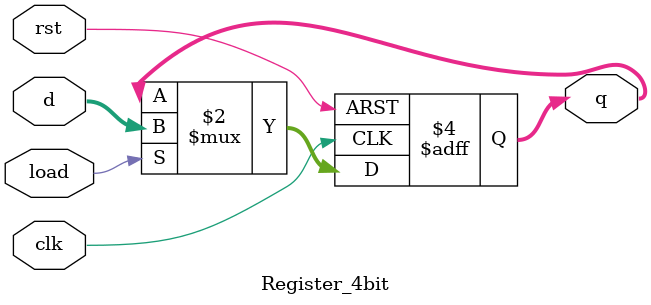
<source format=sv>
`timescale 1ns / 1ps


module Register_4bit (
    input logic clk,       // Clock signal
    input logic rst,       // Reset signal (active high)
    input logic load,      // Load enable
    input logic [3:0] d,   // 4-bit data input
    output logic [3:0] q   // 4-bit stored output
);

    always_ff @(posedge clk or posedge rst) begin
        if (rst) begin
            q <= 4'b0000;   // Reset to all zeros
        end else if (load) begin
            q <= d;         // Load data into register
        end
    end

endmodule


</source>
